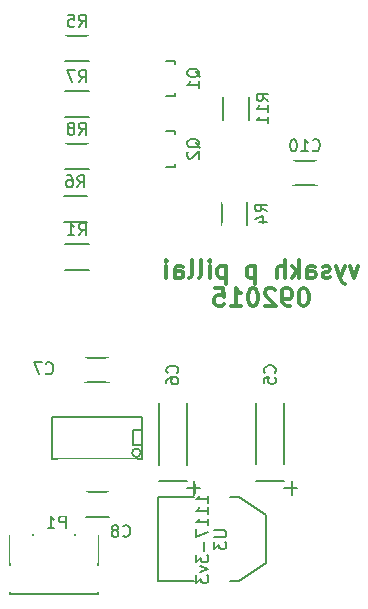
<source format=gbo>
G04 #@! TF.FileFunction,Legend,Bot*
%FSLAX46Y46*%
G04 Gerber Fmt 4.6, Leading zero omitted, Abs format (unit mm)*
G04 Created by KiCad (PCBNEW (2015-08-30 BZR 6134, Git 4e94d52)-product) date 02-Sep-15 10:21:18 AM*
%MOMM*%
G01*
G04 APERTURE LIST*
%ADD10C,0.100000*%
%ADD11C,0.300000*%
%ADD12C,0.150000*%
%ADD13C,0.250000*%
%ADD14R,0.806400X1.670000*%
%ADD15R,1.901140X3.399740*%
%ADD16R,2.400000X2.000000*%
%ADD17C,1.901140*%
%ADD18R,2.432000X2.127200*%
%ADD19O,2.432000X2.127200*%
%ADD20R,1.200100X1.200100*%
%ADD21R,2.400000X2.100000*%
%ADD22R,2.100000X2.400000*%
%ADD23C,1.924000*%
%ADD24R,2.432000X4.057600*%
%ADD25R,2.432000X1.416000*%
%ADD26O,2.899360X2.398980*%
%ADD27R,0.850000X1.780000*%
%ADD28R,1.875000X2.500000*%
%ADD29R,2.775000X2.300000*%
%ADD30R,1.550000X2.300000*%
G04 APERTURE END LIST*
D10*
D11*
X170742571Y-98682571D02*
X170385428Y-99682571D01*
X170028286Y-98682571D01*
X169599714Y-98682571D02*
X169242571Y-99682571D01*
X168885429Y-98682571D02*
X169242571Y-99682571D01*
X169385429Y-100039714D01*
X169456857Y-100111143D01*
X169599714Y-100182571D01*
X168385429Y-99611143D02*
X168242572Y-99682571D01*
X167956857Y-99682571D01*
X167814000Y-99611143D01*
X167742572Y-99468286D01*
X167742572Y-99396857D01*
X167814000Y-99254000D01*
X167956857Y-99182571D01*
X168171143Y-99182571D01*
X168314000Y-99111143D01*
X168385429Y-98968286D01*
X168385429Y-98896857D01*
X168314000Y-98754000D01*
X168171143Y-98682571D01*
X167956857Y-98682571D01*
X167814000Y-98754000D01*
X166456857Y-99682571D02*
X166456857Y-98896857D01*
X166528286Y-98754000D01*
X166671143Y-98682571D01*
X166956857Y-98682571D01*
X167099714Y-98754000D01*
X166456857Y-99611143D02*
X166599714Y-99682571D01*
X166956857Y-99682571D01*
X167099714Y-99611143D01*
X167171143Y-99468286D01*
X167171143Y-99325429D01*
X167099714Y-99182571D01*
X166956857Y-99111143D01*
X166599714Y-99111143D01*
X166456857Y-99039714D01*
X165742571Y-99682571D02*
X165742571Y-98182571D01*
X165599714Y-99111143D02*
X165171143Y-99682571D01*
X165171143Y-98682571D02*
X165742571Y-99254000D01*
X164528285Y-99682571D02*
X164528285Y-98182571D01*
X163885428Y-99682571D02*
X163885428Y-98896857D01*
X163956857Y-98754000D01*
X164099714Y-98682571D01*
X164313999Y-98682571D01*
X164456857Y-98754000D01*
X164528285Y-98825429D01*
X162028285Y-98682571D02*
X162028285Y-100182571D01*
X162028285Y-98754000D02*
X161885428Y-98682571D01*
X161599714Y-98682571D01*
X161456857Y-98754000D01*
X161385428Y-98825429D01*
X161313999Y-98968286D01*
X161313999Y-99396857D01*
X161385428Y-99539714D01*
X161456857Y-99611143D01*
X161599714Y-99682571D01*
X161885428Y-99682571D01*
X162028285Y-99611143D01*
X159528285Y-98682571D02*
X159528285Y-100182571D01*
X159528285Y-98754000D02*
X159385428Y-98682571D01*
X159099714Y-98682571D01*
X158956857Y-98754000D01*
X158885428Y-98825429D01*
X158813999Y-98968286D01*
X158813999Y-99396857D01*
X158885428Y-99539714D01*
X158956857Y-99611143D01*
X159099714Y-99682571D01*
X159385428Y-99682571D01*
X159528285Y-99611143D01*
X158171142Y-99682571D02*
X158171142Y-98682571D01*
X158171142Y-98182571D02*
X158242571Y-98254000D01*
X158171142Y-98325429D01*
X158099714Y-98254000D01*
X158171142Y-98182571D01*
X158171142Y-98325429D01*
X157242570Y-99682571D02*
X157385428Y-99611143D01*
X157456856Y-99468286D01*
X157456856Y-98182571D01*
X156456856Y-99682571D02*
X156599714Y-99611143D01*
X156671142Y-99468286D01*
X156671142Y-98182571D01*
X155242571Y-99682571D02*
X155242571Y-98896857D01*
X155314000Y-98754000D01*
X155456857Y-98682571D01*
X155742571Y-98682571D01*
X155885428Y-98754000D01*
X155242571Y-99611143D02*
X155385428Y-99682571D01*
X155742571Y-99682571D01*
X155885428Y-99611143D01*
X155956857Y-99468286D01*
X155956857Y-99325429D01*
X155885428Y-99182571D01*
X155742571Y-99111143D01*
X155385428Y-99111143D01*
X155242571Y-99039714D01*
X154528285Y-99682571D02*
X154528285Y-98682571D01*
X154528285Y-98182571D02*
X154599714Y-98254000D01*
X154528285Y-98325429D01*
X154456857Y-98254000D01*
X154528285Y-98182571D01*
X154528285Y-98325429D01*
X166206856Y-100582571D02*
X166063999Y-100582571D01*
X165921142Y-100654000D01*
X165849713Y-100725429D01*
X165778284Y-100868286D01*
X165706856Y-101154000D01*
X165706856Y-101511143D01*
X165778284Y-101796857D01*
X165849713Y-101939714D01*
X165921142Y-102011143D01*
X166063999Y-102082571D01*
X166206856Y-102082571D01*
X166349713Y-102011143D01*
X166421142Y-101939714D01*
X166492570Y-101796857D01*
X166563999Y-101511143D01*
X166563999Y-101154000D01*
X166492570Y-100868286D01*
X166421142Y-100725429D01*
X166349713Y-100654000D01*
X166206856Y-100582571D01*
X164992571Y-102082571D02*
X164706856Y-102082571D01*
X164563999Y-102011143D01*
X164492571Y-101939714D01*
X164349713Y-101725429D01*
X164278285Y-101439714D01*
X164278285Y-100868286D01*
X164349713Y-100725429D01*
X164421142Y-100654000D01*
X164563999Y-100582571D01*
X164849713Y-100582571D01*
X164992571Y-100654000D01*
X165063999Y-100725429D01*
X165135428Y-100868286D01*
X165135428Y-101225429D01*
X165063999Y-101368286D01*
X164992571Y-101439714D01*
X164849713Y-101511143D01*
X164563999Y-101511143D01*
X164421142Y-101439714D01*
X164349713Y-101368286D01*
X164278285Y-101225429D01*
X163706857Y-100725429D02*
X163635428Y-100654000D01*
X163492571Y-100582571D01*
X163135428Y-100582571D01*
X162992571Y-100654000D01*
X162921142Y-100725429D01*
X162849714Y-100868286D01*
X162849714Y-101011143D01*
X162921142Y-101225429D01*
X163778285Y-102082571D01*
X162849714Y-102082571D01*
X161921143Y-100582571D02*
X161778286Y-100582571D01*
X161635429Y-100654000D01*
X161564000Y-100725429D01*
X161492571Y-100868286D01*
X161421143Y-101154000D01*
X161421143Y-101511143D01*
X161492571Y-101796857D01*
X161564000Y-101939714D01*
X161635429Y-102011143D01*
X161778286Y-102082571D01*
X161921143Y-102082571D01*
X162064000Y-102011143D01*
X162135429Y-101939714D01*
X162206857Y-101796857D01*
X162278286Y-101511143D01*
X162278286Y-101154000D01*
X162206857Y-100868286D01*
X162135429Y-100725429D01*
X162064000Y-100654000D01*
X161921143Y-100582571D01*
X159992572Y-102082571D02*
X160849715Y-102082571D01*
X160421143Y-102082571D02*
X160421143Y-100582571D01*
X160564000Y-100796857D01*
X160706858Y-100939714D01*
X160849715Y-101011143D01*
X158635429Y-100582571D02*
X159349715Y-100582571D01*
X159421144Y-101296857D01*
X159349715Y-101225429D01*
X159206858Y-101154000D01*
X158849715Y-101154000D01*
X158706858Y-101225429D01*
X158635429Y-101296857D01*
X158564001Y-101439714D01*
X158564001Y-101796857D01*
X158635429Y-101939714D01*
X158706858Y-102011143D01*
X158849715Y-102082571D01*
X159206858Y-102082571D01*
X159349715Y-102011143D01*
X159421144Y-101939714D01*
D12*
X144865280Y-111446040D02*
X152485280Y-111446040D01*
X152485280Y-115002040D02*
X144865280Y-115002040D01*
X144865280Y-111446040D02*
X144865280Y-115002040D01*
X152485280Y-115002040D02*
X152485280Y-111446040D01*
X152336490Y-114494040D02*
G75*
G03X152336490Y-114494040I-359210J0D01*
G01*
X152485280Y-112589040D02*
X151723280Y-112589040D01*
X151723280Y-112589040D02*
X151723280Y-113859040D01*
X151723280Y-113859040D02*
X152485280Y-113859040D01*
X162116960Y-115489720D02*
X162116960Y-110287800D01*
X164514720Y-110287800D02*
X164514720Y-115489720D01*
X165614540Y-117488700D02*
X164514720Y-117488700D01*
X165114160Y-118088140D02*
X165114160Y-116889260D01*
X164514720Y-116884180D02*
X162116960Y-116884180D01*
X153872120Y-115504960D02*
X153872120Y-110303040D01*
X156269880Y-110303040D02*
X156269880Y-115504960D01*
X157369700Y-117503940D02*
X156269880Y-117503940D01*
X156869320Y-118103380D02*
X156869320Y-116904500D01*
X156269880Y-116899420D02*
X153872120Y-116899420D01*
X149619400Y-108493400D02*
X147619400Y-108493400D01*
X147619400Y-106443400D02*
X149619400Y-106443400D01*
X149675280Y-119892920D02*
X147675280Y-119892920D01*
X147675280Y-117842920D02*
X149675280Y-117842920D01*
X165247000Y-89781000D02*
X167247000Y-89781000D01*
X167247000Y-91831000D02*
X165247000Y-91831000D01*
X155213240Y-81505840D02*
X155213240Y-81554100D01*
X154512200Y-84304820D02*
X155213240Y-84304820D01*
X155213240Y-84304820D02*
X155213240Y-84055900D01*
X155213240Y-81505840D02*
X155213240Y-81305180D01*
X155213240Y-81305180D02*
X154512200Y-81305180D01*
X155213240Y-87474840D02*
X155213240Y-87523100D01*
X154512200Y-90273820D02*
X155213240Y-90273820D01*
X155213240Y-90273820D02*
X155213240Y-90024900D01*
X155213240Y-87474840D02*
X155213240Y-87274180D01*
X155213240Y-87274180D02*
X154512200Y-87274180D01*
X145943000Y-98993000D02*
X147943000Y-98993000D01*
X147943000Y-96843000D02*
X145943000Y-96843000D01*
X159203000Y-93235000D02*
X159203000Y-95235000D01*
X161353000Y-95235000D02*
X161353000Y-93235000D01*
X145943000Y-81340000D02*
X147943000Y-81340000D01*
X147943000Y-79190000D02*
X145943000Y-79190000D01*
X145816000Y-94929000D02*
X147816000Y-94929000D01*
X147816000Y-92779000D02*
X145816000Y-92779000D01*
X145943000Y-86039000D02*
X147943000Y-86039000D01*
X147943000Y-83889000D02*
X145943000Y-83889000D01*
X145943000Y-90484000D02*
X147943000Y-90484000D01*
X147943000Y-88334000D02*
X145943000Y-88334000D01*
X159330000Y-84345000D02*
X159330000Y-86345000D01*
X161480000Y-86345000D02*
X161480000Y-84345000D01*
X156846460Y-125385560D02*
X153798460Y-125385560D01*
X153798460Y-125385560D02*
X153798460Y-118273560D01*
X153798460Y-118273560D02*
X156846460Y-118273560D01*
X159894460Y-125385560D02*
X160656460Y-125385560D01*
X160656460Y-125385560D02*
X162942460Y-123861560D01*
X162942460Y-123861560D02*
X162942460Y-119797560D01*
X162942460Y-119797560D02*
X160656460Y-118273560D01*
X160656460Y-118273560D02*
X159894460Y-118273560D01*
X141250000Y-126420000D02*
X141250000Y-121420000D01*
X141250000Y-121420000D02*
X148750000Y-121420000D01*
X148750000Y-121420000D02*
X148750000Y-126420000D01*
X141250000Y-126420000D02*
X148750000Y-126420000D01*
X163672983Y-107722094D02*
X163720602Y-107674475D01*
X163768221Y-107531618D01*
X163768221Y-107436380D01*
X163720602Y-107293522D01*
X163625364Y-107198284D01*
X163530126Y-107150665D01*
X163339650Y-107103046D01*
X163196792Y-107103046D01*
X163006316Y-107150665D01*
X162911078Y-107198284D01*
X162815840Y-107293522D01*
X162768221Y-107436380D01*
X162768221Y-107531618D01*
X162815840Y-107674475D01*
X162863459Y-107722094D01*
X162768221Y-108626856D02*
X162768221Y-108150665D01*
X163244411Y-108103046D01*
X163196792Y-108150665D01*
X163149173Y-108245903D01*
X163149173Y-108483999D01*
X163196792Y-108579237D01*
X163244411Y-108626856D01*
X163339650Y-108674475D01*
X163577745Y-108674475D01*
X163672983Y-108626856D01*
X163720602Y-108579237D01*
X163768221Y-108483999D01*
X163768221Y-108245903D01*
X163720602Y-108150665D01*
X163672983Y-108103046D01*
X165188129Y-117107748D02*
X165188129Y-117869653D01*
X165569081Y-117488701D02*
X164807176Y-117488701D01*
X155428143Y-107737334D02*
X155475762Y-107689715D01*
X155523381Y-107546858D01*
X155523381Y-107451620D01*
X155475762Y-107308762D01*
X155380524Y-107213524D01*
X155285286Y-107165905D01*
X155094810Y-107118286D01*
X154951952Y-107118286D01*
X154761476Y-107165905D01*
X154666238Y-107213524D01*
X154571000Y-107308762D01*
X154523381Y-107451620D01*
X154523381Y-107546858D01*
X154571000Y-107689715D01*
X154618619Y-107737334D01*
X154523381Y-108594477D02*
X154523381Y-108404000D01*
X154571000Y-108308762D01*
X154618619Y-108261143D01*
X154761476Y-108165905D01*
X154951952Y-108118286D01*
X155332905Y-108118286D01*
X155428143Y-108165905D01*
X155475762Y-108213524D01*
X155523381Y-108308762D01*
X155523381Y-108499239D01*
X155475762Y-108594477D01*
X155428143Y-108642096D01*
X155332905Y-108689715D01*
X155094810Y-108689715D01*
X154999571Y-108642096D01*
X154951952Y-108594477D01*
X154904333Y-108499239D01*
X154904333Y-108308762D01*
X154951952Y-108213524D01*
X154999571Y-108165905D01*
X155094810Y-108118286D01*
X156943289Y-117122988D02*
X156943289Y-117884893D01*
X157324241Y-117503941D02*
X156562336Y-117503941D01*
X144315666Y-107749343D02*
X144363285Y-107796962D01*
X144506142Y-107844581D01*
X144601380Y-107844581D01*
X144744238Y-107796962D01*
X144839476Y-107701724D01*
X144887095Y-107606486D01*
X144934714Y-107416010D01*
X144934714Y-107273152D01*
X144887095Y-107082676D01*
X144839476Y-106987438D01*
X144744238Y-106892200D01*
X144601380Y-106844581D01*
X144506142Y-106844581D01*
X144363285Y-106892200D01*
X144315666Y-106939819D01*
X143982333Y-106844581D02*
X143315666Y-106844581D01*
X143744238Y-107844581D01*
X150841946Y-121525063D02*
X150889565Y-121572682D01*
X151032422Y-121620301D01*
X151127660Y-121620301D01*
X151270518Y-121572682D01*
X151365756Y-121477444D01*
X151413375Y-121382206D01*
X151460994Y-121191730D01*
X151460994Y-121048872D01*
X151413375Y-120858396D01*
X151365756Y-120763158D01*
X151270518Y-120667920D01*
X151127660Y-120620301D01*
X151032422Y-120620301D01*
X150889565Y-120667920D01*
X150841946Y-120715539D01*
X150270518Y-121048872D02*
X150365756Y-121001253D01*
X150413375Y-120953634D01*
X150460994Y-120858396D01*
X150460994Y-120810777D01*
X150413375Y-120715539D01*
X150365756Y-120667920D01*
X150270518Y-120620301D01*
X150080041Y-120620301D01*
X149984803Y-120667920D01*
X149937184Y-120715539D01*
X149889565Y-120810777D01*
X149889565Y-120858396D01*
X149937184Y-120953634D01*
X149984803Y-121001253D01*
X150080041Y-121048872D01*
X150270518Y-121048872D01*
X150365756Y-121096491D01*
X150413375Y-121144110D01*
X150460994Y-121239349D01*
X150460994Y-121429825D01*
X150413375Y-121525063D01*
X150365756Y-121572682D01*
X150270518Y-121620301D01*
X150080041Y-121620301D01*
X149984803Y-121572682D01*
X149937184Y-121525063D01*
X149889565Y-121429825D01*
X149889565Y-121239349D01*
X149937184Y-121144110D01*
X149984803Y-121096491D01*
X150080041Y-121048872D01*
X166889857Y-88863143D02*
X166937476Y-88910762D01*
X167080333Y-88958381D01*
X167175571Y-88958381D01*
X167318429Y-88910762D01*
X167413667Y-88815524D01*
X167461286Y-88720286D01*
X167508905Y-88529810D01*
X167508905Y-88386952D01*
X167461286Y-88196476D01*
X167413667Y-88101238D01*
X167318429Y-88006000D01*
X167175571Y-87958381D01*
X167080333Y-87958381D01*
X166937476Y-88006000D01*
X166889857Y-88053619D01*
X165937476Y-88958381D02*
X166508905Y-88958381D01*
X166223191Y-88958381D02*
X166223191Y-87958381D01*
X166318429Y-88101238D01*
X166413667Y-88196476D01*
X166508905Y-88244095D01*
X165318429Y-87958381D02*
X165223190Y-87958381D01*
X165127952Y-88006000D01*
X165080333Y-88053619D01*
X165032714Y-88148857D01*
X164985095Y-88339333D01*
X164985095Y-88577429D01*
X165032714Y-88767905D01*
X165080333Y-88863143D01*
X165127952Y-88910762D01*
X165223190Y-88958381D01*
X165318429Y-88958381D01*
X165413667Y-88910762D01*
X165461286Y-88863143D01*
X165508905Y-88767905D01*
X165556524Y-88577429D01*
X165556524Y-88339333D01*
X165508905Y-88148857D01*
X165461286Y-88053619D01*
X165413667Y-88006000D01*
X165318429Y-87958381D01*
X157360619Y-82709762D02*
X157313000Y-82614524D01*
X157217762Y-82519286D01*
X157074905Y-82376429D01*
X157027286Y-82281190D01*
X157027286Y-82185952D01*
X157265381Y-82233571D02*
X157217762Y-82138333D01*
X157122524Y-82043095D01*
X156932048Y-81995476D01*
X156598714Y-81995476D01*
X156408238Y-82043095D01*
X156313000Y-82138333D01*
X156265381Y-82233571D01*
X156265381Y-82424048D01*
X156313000Y-82519286D01*
X156408238Y-82614524D01*
X156598714Y-82662143D01*
X156932048Y-82662143D01*
X157122524Y-82614524D01*
X157217762Y-82519286D01*
X157265381Y-82424048D01*
X157265381Y-82233571D01*
X157265381Y-83614524D02*
X157265381Y-83043095D01*
X157265381Y-83328809D02*
X156265381Y-83328809D01*
X156408238Y-83233571D01*
X156503476Y-83138333D01*
X156551095Y-83043095D01*
X157360619Y-88678762D02*
X157313000Y-88583524D01*
X157217762Y-88488286D01*
X157074905Y-88345429D01*
X157027286Y-88250190D01*
X157027286Y-88154952D01*
X157265381Y-88202571D02*
X157217762Y-88107333D01*
X157122524Y-88012095D01*
X156932048Y-87964476D01*
X156598714Y-87964476D01*
X156408238Y-88012095D01*
X156313000Y-88107333D01*
X156265381Y-88202571D01*
X156265381Y-88393048D01*
X156313000Y-88488286D01*
X156408238Y-88583524D01*
X156598714Y-88631143D01*
X156932048Y-88631143D01*
X157122524Y-88583524D01*
X157217762Y-88488286D01*
X157265381Y-88393048D01*
X157265381Y-88202571D01*
X156360619Y-89012095D02*
X156313000Y-89059714D01*
X156265381Y-89154952D01*
X156265381Y-89393048D01*
X156313000Y-89488286D01*
X156360619Y-89535905D01*
X156455857Y-89583524D01*
X156551095Y-89583524D01*
X156693952Y-89535905D01*
X157265381Y-88964476D01*
X157265381Y-89583524D01*
X147109666Y-96070381D02*
X147443000Y-95594190D01*
X147681095Y-96070381D02*
X147681095Y-95070381D01*
X147300142Y-95070381D01*
X147204904Y-95118000D01*
X147157285Y-95165619D01*
X147109666Y-95260857D01*
X147109666Y-95403714D01*
X147157285Y-95498952D01*
X147204904Y-95546571D01*
X147300142Y-95594190D01*
X147681095Y-95594190D01*
X146157285Y-96070381D02*
X146728714Y-96070381D01*
X146443000Y-96070381D02*
X146443000Y-95070381D01*
X146538238Y-95213238D01*
X146633476Y-95308476D01*
X146728714Y-95356095D01*
X163030381Y-94068334D02*
X162554190Y-93735000D01*
X163030381Y-93496905D02*
X162030381Y-93496905D01*
X162030381Y-93877858D01*
X162078000Y-93973096D01*
X162125619Y-94020715D01*
X162220857Y-94068334D01*
X162363714Y-94068334D01*
X162458952Y-94020715D01*
X162506571Y-93973096D01*
X162554190Y-93877858D01*
X162554190Y-93496905D01*
X162363714Y-94925477D02*
X163030381Y-94925477D01*
X161982762Y-94687381D02*
X162697048Y-94449286D01*
X162697048Y-95068334D01*
X147109666Y-78417381D02*
X147443000Y-77941190D01*
X147681095Y-78417381D02*
X147681095Y-77417381D01*
X147300142Y-77417381D01*
X147204904Y-77465000D01*
X147157285Y-77512619D01*
X147109666Y-77607857D01*
X147109666Y-77750714D01*
X147157285Y-77845952D01*
X147204904Y-77893571D01*
X147300142Y-77941190D01*
X147681095Y-77941190D01*
X146204904Y-77417381D02*
X146681095Y-77417381D01*
X146728714Y-77893571D01*
X146681095Y-77845952D01*
X146585857Y-77798333D01*
X146347761Y-77798333D01*
X146252523Y-77845952D01*
X146204904Y-77893571D01*
X146157285Y-77988810D01*
X146157285Y-78226905D01*
X146204904Y-78322143D01*
X146252523Y-78369762D01*
X146347761Y-78417381D01*
X146585857Y-78417381D01*
X146681095Y-78369762D01*
X146728714Y-78322143D01*
X146982666Y-92006381D02*
X147316000Y-91530190D01*
X147554095Y-92006381D02*
X147554095Y-91006381D01*
X147173142Y-91006381D01*
X147077904Y-91054000D01*
X147030285Y-91101619D01*
X146982666Y-91196857D01*
X146982666Y-91339714D01*
X147030285Y-91434952D01*
X147077904Y-91482571D01*
X147173142Y-91530190D01*
X147554095Y-91530190D01*
X146125523Y-91006381D02*
X146316000Y-91006381D01*
X146411238Y-91054000D01*
X146458857Y-91101619D01*
X146554095Y-91244476D01*
X146601714Y-91434952D01*
X146601714Y-91815905D01*
X146554095Y-91911143D01*
X146506476Y-91958762D01*
X146411238Y-92006381D01*
X146220761Y-92006381D01*
X146125523Y-91958762D01*
X146077904Y-91911143D01*
X146030285Y-91815905D01*
X146030285Y-91577810D01*
X146077904Y-91482571D01*
X146125523Y-91434952D01*
X146220761Y-91387333D01*
X146411238Y-91387333D01*
X146506476Y-91434952D01*
X146554095Y-91482571D01*
X146601714Y-91577810D01*
X147109666Y-83116381D02*
X147443000Y-82640190D01*
X147681095Y-83116381D02*
X147681095Y-82116381D01*
X147300142Y-82116381D01*
X147204904Y-82164000D01*
X147157285Y-82211619D01*
X147109666Y-82306857D01*
X147109666Y-82449714D01*
X147157285Y-82544952D01*
X147204904Y-82592571D01*
X147300142Y-82640190D01*
X147681095Y-82640190D01*
X146776333Y-82116381D02*
X146109666Y-82116381D01*
X146538238Y-83116381D01*
X147109666Y-87561381D02*
X147443000Y-87085190D01*
X147681095Y-87561381D02*
X147681095Y-86561381D01*
X147300142Y-86561381D01*
X147204904Y-86609000D01*
X147157285Y-86656619D01*
X147109666Y-86751857D01*
X147109666Y-86894714D01*
X147157285Y-86989952D01*
X147204904Y-87037571D01*
X147300142Y-87085190D01*
X147681095Y-87085190D01*
X146538238Y-86989952D02*
X146633476Y-86942333D01*
X146681095Y-86894714D01*
X146728714Y-86799476D01*
X146728714Y-86751857D01*
X146681095Y-86656619D01*
X146633476Y-86609000D01*
X146538238Y-86561381D01*
X146347761Y-86561381D01*
X146252523Y-86609000D01*
X146204904Y-86656619D01*
X146157285Y-86751857D01*
X146157285Y-86799476D01*
X146204904Y-86894714D01*
X146252523Y-86942333D01*
X146347761Y-86989952D01*
X146538238Y-86989952D01*
X146633476Y-87037571D01*
X146681095Y-87085190D01*
X146728714Y-87180429D01*
X146728714Y-87370905D01*
X146681095Y-87466143D01*
X146633476Y-87513762D01*
X146538238Y-87561381D01*
X146347761Y-87561381D01*
X146252523Y-87513762D01*
X146204904Y-87466143D01*
X146157285Y-87370905D01*
X146157285Y-87180429D01*
X146204904Y-87085190D01*
X146252523Y-87037571D01*
X146347761Y-86989952D01*
X163157381Y-84702143D02*
X162681190Y-84368809D01*
X163157381Y-84130714D02*
X162157381Y-84130714D01*
X162157381Y-84511667D01*
X162205000Y-84606905D01*
X162252619Y-84654524D01*
X162347857Y-84702143D01*
X162490714Y-84702143D01*
X162585952Y-84654524D01*
X162633571Y-84606905D01*
X162681190Y-84511667D01*
X162681190Y-84130714D01*
X163157381Y-85654524D02*
X163157381Y-85083095D01*
X163157381Y-85368809D02*
X162157381Y-85368809D01*
X162300238Y-85273571D01*
X162395476Y-85178333D01*
X162443095Y-85083095D01*
X163157381Y-86606905D02*
X163157381Y-86035476D01*
X163157381Y-86321190D02*
X162157381Y-86321190D01*
X162300238Y-86225952D01*
X162395476Y-86130714D01*
X162443095Y-86035476D01*
X158584841Y-121067655D02*
X159394365Y-121067655D01*
X159489603Y-121115274D01*
X159537222Y-121162893D01*
X159584841Y-121258131D01*
X159584841Y-121448608D01*
X159537222Y-121543846D01*
X159489603Y-121591465D01*
X159394365Y-121639084D01*
X158584841Y-121639084D01*
X158584841Y-122020036D02*
X158584841Y-122639084D01*
X158965793Y-122305750D01*
X158965793Y-122448608D01*
X159013412Y-122543846D01*
X159061031Y-122591465D01*
X159156270Y-122639084D01*
X159394365Y-122639084D01*
X159489603Y-122591465D01*
X159537222Y-122543846D01*
X159584841Y-122448608D01*
X159584841Y-122162893D01*
X159537222Y-122067655D01*
X159489603Y-122020036D01*
X158060841Y-118734322D02*
X158060841Y-118162893D01*
X158060841Y-118448607D02*
X157060841Y-118448607D01*
X157203698Y-118353369D01*
X157298936Y-118258131D01*
X157346555Y-118162893D01*
X158060841Y-119686703D02*
X158060841Y-119115274D01*
X158060841Y-119400988D02*
X157060841Y-119400988D01*
X157203698Y-119305750D01*
X157298936Y-119210512D01*
X157346555Y-119115274D01*
X158060841Y-120639084D02*
X158060841Y-120067655D01*
X158060841Y-120353369D02*
X157060841Y-120353369D01*
X157203698Y-120258131D01*
X157298936Y-120162893D01*
X157346555Y-120067655D01*
X157060841Y-120972417D02*
X157060841Y-121639084D01*
X158060841Y-121210512D01*
X157679889Y-122020036D02*
X157679889Y-122781941D01*
X157060841Y-123162893D02*
X157060841Y-123781941D01*
X157441793Y-123448607D01*
X157441793Y-123591465D01*
X157489412Y-123686703D01*
X157537031Y-123734322D01*
X157632270Y-123781941D01*
X157870365Y-123781941D01*
X157965603Y-123734322D01*
X158013222Y-123686703D01*
X158060841Y-123591465D01*
X158060841Y-123305750D01*
X158013222Y-123210512D01*
X157965603Y-123162893D01*
X157394174Y-124115274D02*
X158060841Y-124353369D01*
X157394174Y-124591465D01*
X157060841Y-124877179D02*
X157060841Y-125496227D01*
X157441793Y-125162893D01*
X157441793Y-125305751D01*
X157489412Y-125400989D01*
X157537031Y-125448608D01*
X157632270Y-125496227D01*
X157870365Y-125496227D01*
X157965603Y-125448608D01*
X158013222Y-125400989D01*
X158060841Y-125305751D01*
X158060841Y-125020036D01*
X158013222Y-124924798D01*
X157965603Y-124877179D01*
X145988095Y-120872381D02*
X145988095Y-119872381D01*
X145607142Y-119872381D01*
X145511904Y-119920000D01*
X145464285Y-119967619D01*
X145416666Y-120062857D01*
X145416666Y-120205714D01*
X145464285Y-120300952D01*
X145511904Y-120348571D01*
X145607142Y-120396190D01*
X145988095Y-120396190D01*
X144464285Y-120872381D02*
X145035714Y-120872381D01*
X144750000Y-120872381D02*
X144750000Y-119872381D01*
X144845238Y-120015238D01*
X144940476Y-120110476D01*
X145035714Y-120158095D01*
%LPC*%
D13*
X169798703Y-121594880D02*
G75*
G03X169798703Y-121594880I-1130003J0D01*
G01*
X174490083Y-118597680D02*
G75*
G03X174490083Y-118597680I-1130003J0D01*
G01*
X169796163Y-115592860D02*
G75*
G03X169796163Y-115592860I-1130003J0D01*
G01*
D14*
X151596280Y-115891040D03*
X150961280Y-115891040D03*
X150300880Y-115891040D03*
X149640480Y-115891040D03*
X149005480Y-115891040D03*
X148345080Y-115891040D03*
X147684680Y-115891040D03*
X147049680Y-115891040D03*
X146389280Y-115891040D03*
X145754280Y-115891040D03*
X145754280Y-110557040D03*
X146389280Y-110557040D03*
X147049680Y-110557040D03*
X147684680Y-110557040D03*
X148345080Y-110557040D03*
X149005480Y-110557040D03*
X149640480Y-110557040D03*
X150300880Y-110557040D03*
X150961280Y-110557040D03*
X151596280Y-110557040D03*
D15*
X163315840Y-110889780D03*
X163315840Y-114887740D03*
X155071000Y-110905020D03*
X155071000Y-114902980D03*
D16*
X146619400Y-107468400D03*
X150619400Y-107468400D03*
X146675280Y-118867920D03*
X150675280Y-118867920D03*
D17*
X159262000Y-112015000D03*
X159262000Y-114555000D03*
D16*
X168247000Y-90806000D03*
X164247000Y-90806000D03*
D18*
X171885800Y-104699800D03*
D19*
X171885800Y-107239800D03*
X171885800Y-109779800D03*
D18*
X141228000Y-80011000D03*
D19*
X141228000Y-82551000D03*
X141228000Y-85091000D03*
X141228000Y-87631000D03*
X141228000Y-90171000D03*
D20*
X153562240Y-83755000D03*
X153562240Y-81855000D03*
X155561220Y-82805000D03*
X153562240Y-89724000D03*
X153562240Y-87824000D03*
X155561220Y-88774000D03*
D21*
X148943000Y-97918000D03*
X144943000Y-97918000D03*
D22*
X160278000Y-96235000D03*
X160278000Y-92235000D03*
D21*
X148943000Y-80265000D03*
X144943000Y-80265000D03*
X148816000Y-93854000D03*
X144816000Y-93854000D03*
X148943000Y-84964000D03*
X144943000Y-84964000D03*
X148943000Y-89409000D03*
X144943000Y-89409000D03*
D22*
X160405000Y-87345000D03*
X160405000Y-83345000D03*
D23*
X169549000Y-79122000D03*
X172089000Y-79122000D03*
X167009000Y-79122000D03*
D24*
X161672460Y-121829560D03*
D25*
X155068460Y-121829560D03*
X155068460Y-119543560D03*
X155068460Y-124115560D03*
D26*
X141410880Y-111733060D03*
X141410880Y-116614940D03*
D27*
X145000000Y-122170000D03*
X145650000Y-122170000D03*
X146300000Y-122170000D03*
X144350000Y-122170000D03*
X143700000Y-122170000D03*
D28*
X142225000Y-122530000D03*
X147775000Y-122530000D03*
D29*
X141775000Y-125160000D03*
D30*
X144162500Y-125160000D03*
D29*
X148225000Y-125160000D03*
D30*
X145837500Y-125160000D03*
M02*

</source>
